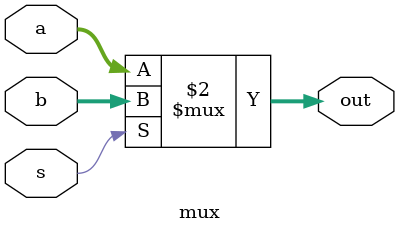
<source format=v>
module mux(
	input [31:0] a, b,
	input s, 
	output [31:0] out
	);

	assign out = (!s) ? a : b;
 
endmodule 
</source>
